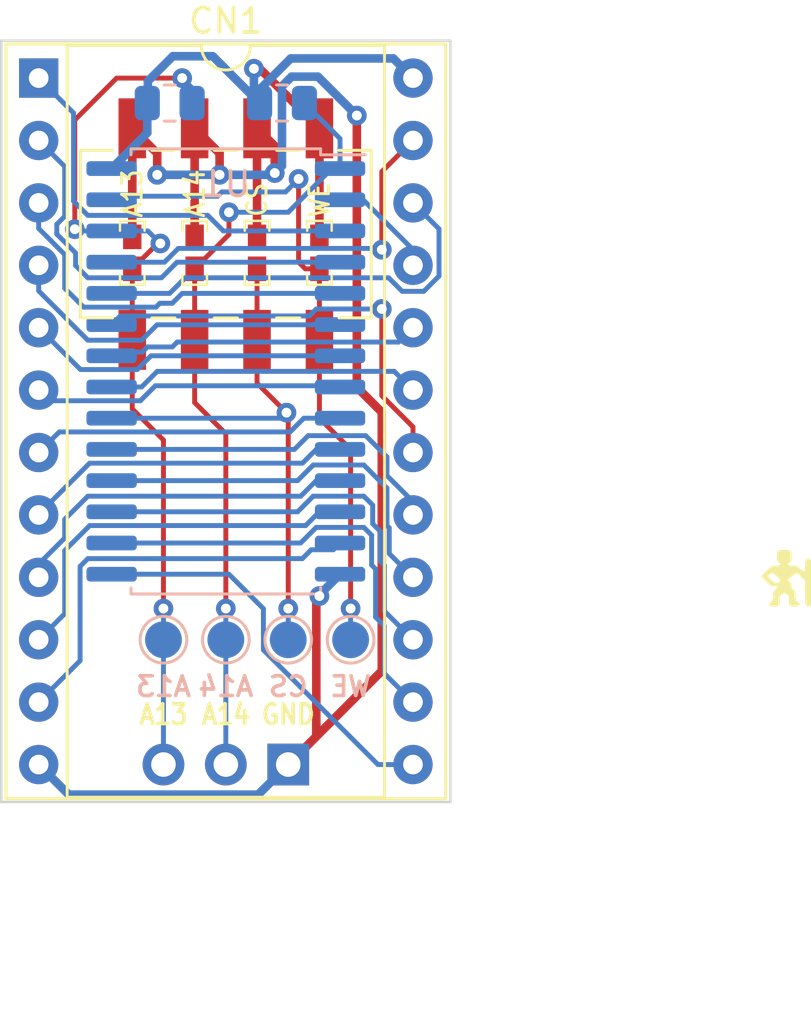
<source format=kicad_pcb>
(kicad_pcb (version 20211014) (generator pcbnew)
  (layers (0 "F.Cu" signal) (31 "B.Cu" signal) (34 "B.Paste" user) (35 "F.Paste" user) (36 "B.SilkS" user "B.Silkscreen") (37 "F.SilkS" user "F.Silkscreen") (38 "B.Mask" user) (39 "F.Mask" user) (44 "Edge.Cuts" user))
  (net 0 "")
  (net 1 "/A7")
  (net 2 "/A6")
  (net 3 "/A5")
  (net 4 "/A4")
  (net 5 "/A3")
  (net 6 "/A2")
  (net 7 "/A1")
  (net 8 "/A0")
  (net 9 "/D0")
  (net 10 "/D1")
  (net 11 "/D2")
  (net 12 "GND")
  (net 13 "/D3")
  (net 14 "/D4")
  (net 15 "/D5")
  (net 16 "/D6")
  (net 17 "/D7")
  (net 18 "/A11")
  (net 19 "/A10")
  (net 20 "/A12")
  (net 21 "/A9")
  (net 22 "/A8")
  (net 23 "+5V")
  (net 24 "/A14")
  (net 25 "/A13")
  (net 26 "/OE")
  (net 27 "/CS")
  (net 28 "/WE")
  (footprint "Button_Switch_SMD:SW_DIP_SPSTx04_Slide_6.7x11.72mm_W8.61mm_P2.54mm_LowProfile" (layer "F.Cu") (at 118.364 68.834 90)
    (fp_text reference "SW1" hide)
    (fp_text value "DIP Switch")
    (fp_line (start -3.41 -5.92) (end -3.41 -4.61) (layer "F.SilkS") (width 0.12))
    (fp_line (start 3.41 2.07) (end 3.41 3.01) (layer "F.SilkS") (width 0.12))
    (fp_line (start -3.41 5.92) (end 3.41 5.92) (layer "F.SilkS") (width 0.12))
    (fp_line (start -3.41 2.07) (end -3.41 3.01) (layer "F.SilkS") (width 0.12))
    (fp_line (start 3.41 4.61) (end 3.41 5.92) (layer "F.SilkS") (width 0.12))
    (fp_line (start 3.41 -3.01) (end 3.41 -2.07) (layer "F.SilkS") (width 0.12))
    (fp_line (start -3.41 -5.92) (end 3.41 -5.92) (layer "F.SilkS") (width 0.12))
    (fp_line (start 3.41 -5.92) (end 3.41 -4.61) (layer "F.SilkS") (width 0.12))
    (fp_line (start 3.41 -0.47) (end 3.41 0.47) (layer "F.SilkS") (width 0.12))
    (fp_line (start -3.41 -3.01) (end -3.41 -2.07) (layer "F.SilkS") (width 0.12))
    (fp_line (start -3.41 4.61) (end -3.41 5.92) (layer "F.SilkS") (width 0.12))
    (fp_line (start -3.41 -0.47) (end -3.41 0.47) (layer "F.SilkS") (width 0.12))
    (pad "1" smd rect (at -4.305 -3.81 90) (size 2.44 1.12) (layers "F.Cu" "F.Paste" "F.Mask") (net 25 "/A13"))
    (pad "2" smd rect (at -4.305 -1.27 90) (size 2.44 1.12) (layers "F.Cu" "F.Paste" "F.Mask") (net 24 "/A14"))
    (pad "3" smd rect (at -4.305 1.27 90) (size 2.44 1.12) (layers "F.Cu" "F.Paste" "F.Mask") (net 27 "/CS"))
    (pad "4" smd rect (at -4.305 3.81 90) (size 2.44 1.12) (layers "F.Cu" "F.Paste" "F.Mask") (net 28 "/WE"))
    (pad "5" smd rect (at 4.305 3.81 90) (size 2.44 1.12) (layers "F.Cu" "F.Paste" "F.Mask") (net 23 "+5V"))
    (pad "6" smd rect (at 4.305 1.27 90) (size 2.44 1.12) (layers "F.Cu" "F.Paste" "F.Mask") (net 12 "GND"))
    (pad "7" smd rect (at 4.305 -1.27 90) (size 2.44 1.12) (layers "F.Cu" "F.Paste" "F.Mask") (net 12 "GND"))
    (pad "8" smd rect (at 4.305 -3.81 90) (size 2.44 1.12) (layers "F.Cu" "F.Paste" "F.Mask") (net 12 "GND"))
  )
  (footprint "Library:SolderJumper-2_slim" (layer "F.Cu") (at 122.174 69.596 -90)
    (fp_text reference "JP4" hide)
    (fp_text value "WE" (at -2.159 0 90) (layer "F.SilkS") (effects (font (size 0.8 0.7) (thickness 0.12))))
    (fp_line (start -1.3 0.5) (end -1.3 -0.5) (layer "F.SilkS") (width 0.1))
    (fp_line (start -1.3 0.5) (end -0.9 0.5) (layer "F.SilkS") (width 0.1))
    (fp_line (start 0.9 -0.5) (end 1.3 -0.5) (layer "F.SilkS") (width 0.1))
    (fp_line (start -1.3 -0.5) (end -0.9 -0.5) (layer "F.SilkS") (width 0.1))
    (fp_line (start 0.9 0.5) (end 1.3 0.5) (layer "F.SilkS") (width 0.1))
    (fp_line (start 1.3 -0.5) (end 1.3 0.5) (layer "F.SilkS") (width 0.1))
    (pad "1" smd rect (at -0.65 0 270) (size 1 0.75) (layers "F.Cu" "F.Mask") (net 23 "+5V"))
    (pad "2" smd rect (at 0.65 0 270) (size 1 0.75) (layers "F.Cu" "F.Mask") (net 28 "/WE"))
  )
  (footprint "Logo:bigby3" (layer "F.Cu") (at 141.224 82.804)
    (fp_text reference "G***" hide)
    (fp_text value "LOGO" hide)
    (fp_poly (pts (xy -0.026724 -1.11327) (xy 0.058747 -1.09998) (xy 0.1016 -1.084714) (xy 0.134346 -1.064032) (xy 0.153756 -1.034712) (xy 0.163671 -0.984062) (xy 0.167931 -0.899391) (xy 0.168731 -0.862839) (xy 0.169427 -0.764664) (xy 0.163957 -0.702414) (xy 0.147939 -0.661244) (xy 0.116987 -0.62631) (xy 0.092531 -0.604821) (xy 0.045096 -0.555924) (xy 0.036494 -0.520014) (xy 0.069817 -0.494379) (xy 0.148159 -0.476308) (xy 0.252161 -0.464893) (xy 0.351095 -0.454507) (xy 0.413731 -0.440268) (xy 0.454546 -0.416892) (xy 0.488023 -0.379096) (xy 0.488294 -0.378731) (xy 0.540088 -0.326117) (xy 0.60358 -0.283954) (xy 0.66322 -0.260363) (xy 0.703458 -0.263465) (xy 0.705542 -0.265276) (xy 0.714103 -0.297405) (xy 0.721226 -0.367352) (xy 0.72575 -0.462136) (xy 0.726521 -0.499917) (xy 0.731177 -0.620415) (xy 0.741988 -0.696678) (xy 0.759962 -0.735011) (xy 0.764743 -0.738834) (xy 0.825362 -0.758592) (xy 0.895165 -0.758199) (xy 0.949165 -0.738764) (xy 0.957906 -0.73025) (xy 0.963642 -0.69797) (xy 0.968498 -0.621959) (xy 0.972476 -0.509282) (xy 0.975581 -0.367002) (xy 0.977815 -0.20218) (xy 0.979181 -0.021881) (xy 0.979682 0.166834) (xy 0.979322 0.356902) (xy 0.978102 0.541258) (xy 0.976027 0.712842) (xy 0.973098 0.864589) (xy 0.96932 0.989437) (xy 0.964695 1.080324) (xy 0.959227 1.130185) (xy 0.957107 1.13665) (xy 0.91653 1.160454) (xy 0.851662 1.167163) (xy 0.786424 1.155686) (xy 0.765052 1.145423) (xy 0.752385 1.127104) (xy 0.74281 1.086374) (xy 0.735889 1.017299) (xy 0.731188 0.913943) (xy 0.728271 0.77037) (xy 0.726952 0.626376) (xy 0.7239 0.129526) (xy 0.62865 0.042287) (xy 0.574049 -0.012016) (xy 0.539591 -0.054545) (xy 0.5334 -0.068572) (xy 0.512685 -0.093821) (xy 0.461505 -0.126175) (xy 0.447887 -0.13297) (xy 0.387141 -0.157807) (xy 0.343265 -0.15684) (xy 0.288729 -0.128953) (xy 0.284408 -0.126333) (xy 0.224125 -0.081039) (xy 0.183094 -0.035104) (xy 0.181387 -0.032104) (xy 0.140575 0.014704) (xy 0.090866 0.049747) (xy 0.038671 0.088164) (xy 0.032338 0.127919) (xy 0.072474 0.176055) (xy 0.103915 0.200895) (xy 0.159274 0.254459) (xy 0.170508 0.303758) (xy 0.16934 0.309004) (xy 0.16998 0.391151) (xy 0.204658 0.471278) (xy 0.263159 0.5269) (xy 0.269845 0.530211) (xy 0.319172 0.568662) (xy 0.32939 0.628962) (xy 0.324084 0.757859) (xy 0.330317 0.849562) (xy 0.351365 0.917) (xy 0.390506 0.973103) (xy 0.42545 1.008006) (xy 0.5207 1.095765) (xy 0.460736 1.144782) (xy 0.381405 1.181885) (xy 0.279055 1.193135) (xy 0.175143 1.177222) (xy 0.140895 1.164322) (xy 0.107208 1.145264) (xy 0.087821 1.117938) (xy 0.078819 1.06951) (xy 0.076284 0.98715) (xy 0.0762 0.952359) (xy 0.073533 0.848359) (xy 0.060456 0.780119) (xy 0.029356 0.732674) (xy -0.027384 0.691062) (xy -0.068968 0.667085) (xy -0.113918 0.650592) (xy -0.160976 0.660004) (xy -0.213892 0.68798) (xy -0.274031 0.729469) (xy -0.308561 0.77511) (xy -0.322626 0.838813) (xy -0.321369 0.934486) (xy -0.318767 0.971588) (xy -0.314771 1.057163) (xy -0.321881 1.108215) (xy -0.343861 1.140488) (xy -0.362667 1.15525) (xy -0.434131 1.182335) (xy -0.529781 1.190952) (xy -0.626268 1.180544) (xy -0.67945 1.162799) (xy -0.725608 1.127448) (xy -0.729324 1.082427) (xy -0.689636 1.022263) (xy -0.647202 0.979074) (xy -0.597941 0.929618) (xy -0.572461 0.887957) (xy -0.564685 0.835404) (xy -0.568538 0.753273) (xy -0.569523 0.740163) (xy -0.57436 0.653085) (xy -0.569012 0.599876) (xy -0.548605 0.563883) (xy -0.508265 0.528452) (xy -0.507346 0.527733) (xy -0.455235 0.47284) (xy -0.427668 0.415907) (xy -0.427192 0.369379) (xy -0.456356 0.345702) (xy -0.4699 0.344851) (xy -0.536701 0.354612) (xy -0.576736 0.365259) (xy -0.620035 0.368139) (xy -0.670136 0.343626) (xy -0.738047 0.287107) (xy -0.801988 0.227156) (xy -0.853115 0.176968) (xy -0.872512 0.156322) (xy -0.908019 0.118294) (xy -0.963026 0.062812) (xy -0.98704 0.039279) (xy -1.0372 -0.012455) (xy -1.054099 -0.043654) (xy -1.046721 -0.058796) (xy -0.7874 -0.058796) (xy -0.769224 -0.020459) (xy -0.722582 0.037045) (xy -0.659306 0.101954) (xy -0.591229 0.162503) (xy -0.530181 0.206928) (xy -0.508721 0.218282) (xy -0.447135 0.232429) (xy -0.379678 0.215185) (xy -0.36195 0.207227) (xy -0.307202 0.173023) (xy -0.280047 0.1395) (xy -0.2794 0.135024) (xy -0.297434 0.09715) (xy -0.34404 0.039389) (xy -0.407973 -0.026595) (xy -0.47799 -0.089141) (xy -0.53887 -0.134102) (xy -0.587802 -0.16077) (xy -0.628218 -0.163068) (xy -0.684659 -0.141137) (xy -0.69762 -0.135005) (xy -0.755074 -0.099824) (xy -0.785794 -0.065848) (xy -0.7874 -0.058796) (xy -1.046721 -0.058796) (xy -1.042486 -0.067485) (xy -1.029669 -0.078944) (xy -0.978289 -0.12488) (xy -0.936801 -0.1651) (xy -0.881514 -0.22098) (xy -0.843371 -0.259421) (xy -0.810351 -0.292995) (xy -0.779826 -0.325477) (xy -0.736645 -0.373149) (xy -0.712712 -0.399809) (xy -0.665231 -0.432057) (xy -0.585127 -0.453807) (xy -0.494803 -0.465318) (xy -0.380598 -0.479658) (xy -0.313615 -0.498886) (xy -0.290301 -0.526256) (xy -0.307104 -0.565021) (xy -0.343893 -0.603528) (xy -0.383558 -0.644002) (xy -0.405638 -0.683579) (xy -0.414687 -0.738178) (xy -0.415256 -0.823721) (xy -0.41463 -0.8509) (xy -0.412158 -0.941267) (xy -0.4099 -1.01016) (xy -0.408328 -1.043251) (xy -0.40828 -1.043673) (xy -0.381235 -1.072258) (xy -0.316608 -1.094552) (xy -0.22735 -1.109514) (xy -0.126406 -1.1161) (xy -0.026724 -1.11327)) (layer "F.SilkS") (width 0.01) (fill solid))
  )
  (footprint "Library:SolderJumper-2_slim" (layer "F.Cu") (at 119.634 69.596 -90)
    (fp_text reference "JP3" hide)
    (fp_text value "CS" (at -2.159 0 90) (layer "F.SilkS") (effects (font (size 0.8 0.7) (thickness 0.12))))
    (fp_line (start -1.3 0.5) (end -0.9 0.5) (layer "F.SilkS") (width 0.1))
    (fp_line (start 1.3 -0.5) (end 1.3 0.5) (layer "F.SilkS") (width 0.1))
    (fp_line (start -1.3 0.5) (end -1.3 -0.5) (layer "F.SilkS") (width 0.1))
    (fp_line (start 0.9 -0.5) (end 1.3 -0.5) (layer "F.SilkS") (width 0.1))
    (fp_line (start -1.3 -0.5) (end -0.9 -0.5) (layer "F.SilkS") (width 0.1))
    (fp_line (start 0.9 0.5) (end 1.3 0.5) (layer "F.SilkS") (width 0.1))
    (pad "1" smd rect (at -0.65 0 270) (size 1 0.75) (layers "F.Cu" "F.Mask") (net 12 "GND"))
    (pad "2" smd rect (at 0.65 0 270) (size 1 0.75) (layers "F.Cu" "F.Mask") (net 27 "/CS"))
  )
  (footprint "Library:SolderJumper-2_slim" (layer "F.Cu") (at 114.554 69.596 -90)
    (fp_text reference "JP1" hide)
    (fp_text value "A13" (at -2.413 0 90) (layer "F.SilkS") (effects (font (size 0.8 0.7) (thickness 0.12))))
    (fp_line (start 0.9 -0.5) (end 1.3 -0.5) (layer "F.SilkS") (width 0.1))
    (fp_line (start -1.3 -0.5) (end -0.9 -0.5) (layer "F.SilkS") (width 0.1))
    (fp_line (start 0.9 0.5) (end 1.3 0.5) (layer "F.SilkS") (width 0.1))
    (fp_line (start 1.3 -0.5) (end 1.3 0.5) (layer "F.SilkS") (width 0.1))
    (fp_line (start -1.3 0.5) (end -1.3 -0.5) (layer "F.SilkS") (width 0.1))
    (fp_line (start -1.3 0.5) (end -0.9 0.5) (layer "F.SilkS") (width 0.1))
    (pad "1" smd rect (at -0.65 0 270) (size 1 0.75) (layers "F.Cu" "F.Mask") (net 12 "GND"))
    (pad "2" smd rect (at 0.65 0 270) (size 1 0.75) (layers "F.Cu" "F.Mask") (net 25 "/A13"))
  )
  (footprint "Connector_PinHeader_2.54mm:PinHeader_1x03_P2.54mm_Horizontal" (layer "F.Cu") (at 120.904 90.424 -90)
    (fp_text reference "J1" hide)
    (fp_text value "Conn")
    (pad "1" thru_hole rect (at 0 0 270) (size 1.7 1.7) (drill 1) (layers *.Cu *.Mask) (net 12 "GND"))
    (pad "2" thru_hole oval (at 0 2.54 270) (size 1.7 1.7) (drill 1) (layers *.Cu *.Mask) (net 24 "/A14"))
    (pad "3" thru_hole oval (at 0 5.08 270) (size 1.7 1.7) (drill 1) (layers *.Cu *.Mask) (net 25 "/A13"))
  )
  (footprint "Library:SolderJumper-2_slim" (layer "F.Cu") (at 117.094 69.596 -90)
    (fp_text reference "JP2" hide)
    (fp_text value "A14" (at -2.413 0 90) (layer "F.SilkS") (effects (font (size 0.8 0.7) (thickness 0.12))))
    (fp_line (start 0.9 -0.5) (end 1.3 -0.5) (layer "F.SilkS") (width 0.1))
    (fp_line (start 0.9 0.5) (end 1.3 0.5) (layer "F.SilkS") (width 0.1))
    (fp_line (start -1.3 0.5) (end -1.3 -0.5) (layer "F.SilkS") (width 0.1))
    (fp_line (start 1.3 -0.5) (end 1.3 0.5) (layer "F.SilkS") (width 0.1))
    (fp_line (start -1.3 -0.5) (end -0.9 -0.5) (layer "F.SilkS") (width 0.1))
    (fp_line (start -1.3 0.5) (end -0.9 0.5) (layer "F.SilkS") (width 0.1))
    (pad "1" smd rect (at -0.65 0 270) (size 1 0.75) (layers "F.Cu" "F.Mask") (net 12 "GND"))
    (pad "2" smd rect (at 0.65 0 270) (size 1 0.75) (layers "F.Cu" "F.Mask") (net 24 "/A14"))
  )
  (footprint "Package_DIP:DIP-24_W15.24mm_Socket" (layer "F.Cu") (at 110.744 62.484)
    (fp_text reference "CN1" (at 7.62 -2.33) (layer "F.SilkS"))
    (fp_text value "2364")
    (fp_line (start 16.57 -1.39) (end -1.33 -1.39) (layer "F.SilkS") (width 0.12))
    (fp_line (start 14.08 -1.33) (end 8.62 -1.33) (layer "F.SilkS") (width 0.12))
    (fp_line (start 6.62 -1.33) (end 1.16 -1.33) (layer "F.SilkS") (width 0.12))
    (fp_line (start -1.33 29.33) (end 16.57 29.33) (layer "F.SilkS") (width 0.12))
    (fp_line (start 16.57 29.33) (end 16.57 -1.39) (layer "F.SilkS") (width 0.12))
    (fp_line (start 14.08 29.27) (end 14.08 -1.33) (layer "F.SilkS") (width 0.12))
    (fp_line (start 1.16 -1.33) (end 1.16 29.27) (layer "F.SilkS") (width 0.12))
    (fp_line (start 1.16 29.27) (end 14.08 29.27) (layer "F.SilkS") (width 0.12))
    (fp_line (start -1.33 -1.39) (end -1.33 29.33) (layer "F.SilkS") (width 0.12))
    (fp_arc (start 8.62 -1.33) (mid 7.62 -0.33) (end 6.62 -1.33) (layer "F.SilkS") (width 0.12))
    (pad "1" thru_hole rect (at 0 0) (size 1.6 1.6) (drill 0.8) (layers *.Cu *.Mask) (net 1 "/A7"))
    (pad "2" thru_hole oval (at 0 2.54) (size 1.6 1.6) (drill 0.8) (layers *.Cu *.Mask) (net 2 "/A6"))
    (pad "3" thru_hole oval (at 0 5.08) (size 1.6 1.6) (drill 0.8) (layers *.Cu *.Mask) (net 3 "/A5"))
    (pad "4" thru_hole oval (at 0 7.62) (size 1.6 1.6) (drill 0.8) (layers *.Cu *.Mask) (net 4 "/A4"))
    (pad "5" thru_hole oval (at 0 10.16) (size 1.6 1.6) (drill 0.8) (layers *.Cu *.Mask) (net 5 "/A3"))
    (pad "6" thru_hole oval (at 0 12.7) (size 1.6 1.6) (drill 0.8) (layers *.Cu *.Mask) (net 6 "/A2"))
    (pad "7" thru_hole oval (at 0 15.24) (size 1.6 1.6) (drill 0.8) (layers *.Cu *.Mask) (net 7 "/A1"))
    (pad "8" thru_hole oval (at 0 17.78) (size 1.6 1.6) (drill 0.8) (layers *.Cu *.Mask) (net 8 "/A0"))
    (pad "9" thru_hole oval (at 0 20.32) (size 1.6 1.6) (drill 0.8) (layers *.Cu *.Mask) (net 9 "/D0"))
    (pad "10" thru_hole oval (at 0 22.86) (size 1.6 1.6) (drill 0.8) (layers *.Cu *.Mask) (net 10 "/D1"))
    (pad "11" thru_hole oval (at 0 25.4) (size 1.6 1.6) (drill 0.8) (layers *.Cu *.Mask) (net 11 "/D2"))
    (pad "12" thru_hole oval locked (at 0 27.94) (size 1.6 1.6) (drill 0.8) (layers *.Cu *.Mask) (net 12 "GND"))
    (pad "13" thru_hole oval (at 15.24 27.94) (size 1.6 1.6) (drill 0.8) (layers *.Cu *.Mask) (net 13 "/D3"))
    (pad "14" thru_hole oval (at 15.24 25.4) (size 1.6 1.6) (drill 0.8) (layers *.Cu *.Mask) (net 14 "/D4"))
    (pad "15" thru_hole oval (at 15.24 22.86) (size 1.6 1.6) (drill 0.8) (layers *.Cu *.Mask) (net 15 "/D5"))
    (pad "16" thru_hole oval (at 15.24 20.32) (size 1.6 1.6) (drill 0.8) (layers *.Cu *.Mask) (net 16 "/D6"))
    (pad "17" thru_hole oval (at 15.24 17.78) (size 1.6 1.6) (drill 0.8) (layers *.Cu *.Mask) (net 17 "/D7"))
    (pad "18" thru_hole oval (at 15.24 15.24) (size 1.6 1.6) (drill 0.8) (layers *.Cu *.Mask) (net 18 "/A11"))
    (pad "19" thru_hole oval (at 15.24 12.7) (size 1.6 1.6) (drill 0.8) (layers *.Cu *.Mask) (net 19 "/A10"))
    (pad "20" thru_hole oval (at 15.24 10.16) (size 1.6 1.6) (drill 0.8) (layers *.Cu *.Mask) (net 26 "/OE"))
    (pad "21" thru_hole oval (at 15.24 7.62) (size 1.6 1.6) (drill 0.8) (layers *.Cu *.Mask) (net 20 "/A12"))
    (pad "22" thru_hole oval (at 15.24 5.08) (size 1.6 1.6) (drill 0.8) (layers *.Cu *.Mask) (net 21 "/A9"))
    (pad "23" thru_hole oval (at 15.24 2.54) (size 1.6 1.6) (drill 0.8) (layers *.Cu *.Mask) (net 22 "/A8"))
    (pad "24" thru_hole oval (at 15.24 0) (size 1.6 1.6) (drill 0.8) (layers *.Cu *.Mask) (net 23 "+5V"))
  )
  (footprint "Resistor_SMD:R_0805_2012Metric" (layer "B.Cu") (at 120.65 63.5)
    (fp_text reference "R2" hide)
    (fp_text value "10k")
    (fp_line (start -0.227064 0.735) (end 0.227064 0.735) (layer "B.SilkS") (width 0.12))
    (fp_line (start -0.227064 -0.735) (end 0.227064 -0.735) (layer "B.SilkS") (width 0.12))
    (pad "1" smd roundrect (at -0.9125 0) (size 1.025 1.4) (layers "B.Cu" "B.Paste" "B.Mask") (roundrect_rratio 0.243902) (net 23 "+5V"))
    (pad "2" smd roundrect (at 0.9125 0) (size 1.025 1.4) (layers "B.Cu" "B.Paste" "B.Mask") (roundrect_rratio 0.243902) (net 24 "/A14"))
  )
  (footprint "TestPoint:TestPoint_Pad_D1.5mm" (layer "B.Cu") (at 123.444 85.344 180)
    (fp_text reference "TP4" hide)
    (fp_text value "WE" (at 0 -1.905) (layer "B.SilkS") (effects (font (size 0.8 0.8)) (justify mirror)))
    (fp_circle (center 0 0) (end 0 -0.95) (layer "B.SilkS") (width 0.12) (fill none))
    (pad "1" smd circle (at 0 0 180) (size 1.5 1.5) (layers "B.Cu" "B.Mask") (net 28 "/WE"))
  )
  (footprint "Package_SO:SOIC-28W_7.5x17.9mm_P1.27mm" (layer "B.Cu") (at 118.364 74.422 180)
    (fp_text reference "U1" (at 0 7.62) (layer "B.SilkS") (effects (justify mirror)))
    (fp_text value "28C256")
    (fp_line (start -3.86 9.06) (end -3.86 8.815) (layer "B.SilkS") (width 0.12))
    (fp_line (start -3.86 8.815) (end -5.675 8.815) (layer "B.SilkS") (width 0.12))
    (fp_line (start 0 9.06) (end 3.86 9.06) (layer "B.SilkS") (width 0.12))
    (fp_line (start 3.86 9.06) (end 3.86 8.815) (layer "B.SilkS") (width 0.12))
    (fp_line (start 0 -9.06) (end 3.86 -9.06) (layer "B.SilkS") (width 0.12))
    (fp_line (start 3.86 -9.06) (end 3.86 -8.815) (layer "B.SilkS") (width 0.12))
    (fp_line (start -3.86 -9.06) (end -3.86 -8.815) (layer "B.SilkS") (width 0.12))
    (fp_line (start 0 -9.06) (end -3.86 -9.06) (layer "B.SilkS") (width 0.12))
    (fp_line (start 0 9.06) (end -3.86 9.06) (layer "B.SilkS") (width 0.12))
    (pad "1" smd roundrect (at -4.65 8.255 180) (size 2.05 0.6) (layers "B.Cu" "B.Paste" "B.Mask") (net 24 "/A14"))
    (pad "2" smd roundrect (at -4.65 6.985 180) (size 2.05 0.6) (layers "B.Cu" "B.Paste" "B.Mask") (net 20 "/A12"))
    (pad "3" smd roundrect (at -4.65 5.715 180) (size 2.05 0.6) (layers "B.Cu" "B.Paste" "B.Mask") (net 1 "/A7"))
    (pad "4" smd roundrect (at -4.65 4.445 180) (size 2.05 0.6) (layers "B.Cu" "B.Paste" "B.Mask") (net 2 "/A6"))
    (pad "5" smd roundrect (at -4.65 3.175 180) (size 2.05 0.6) (layers "B.Cu" "B.Paste" "B.Mask") (net 3 "/A5"))
    (pad "6" smd roundrect (at -4.65 1.905 180) (size 2.05 0.6) (layers "B.Cu" "B.Paste" "B.Mask") (net 4 "/A4"))
    (pad "7" smd roundrect (at -4.65 0.635 180) (size 2.05 0.6) (layers "B.Cu" "B.Paste" "B.Mask") (net 5 "/A3"))
    (pad "8" smd roundrect (at -4.65 -0.635 180) (size 2.05 0.6) (layers "B.Cu" "B.Paste" "B.Mask") (net 6 "/A2"))
    (pad "9" smd roundrect (at -4.65 -1.905 180) (size 2.05 0.6) (layers "B.Cu" "B.Paste" "B.Mask") (net 7 "/A1"))
    (pad "10" smd roundrect (at -4.65 -3.175 180) (size 2.05 0.6) (layers "B.Cu" "B.Paste" "B.Mask") (net 8 "/A0"))
    (pad "11" smd roundrect (at -4.65 -4.445 180) (size 2.05 0.6) (layers "B.Cu" "B.Paste" "B.Mask") (net 9 "/D0"))
    (pad "12" smd roundrect (at -4.65 -5.715 180) (size 2.05 0.6) (layers "B.Cu" "B.Paste" "B.Mask") (net 10 "/D1"))
    (pad "13" smd roundrect (at -4.65 -6.985 180) (size 2.05 0.6) (layers "B.Cu" "B.Paste" "B.Mask") (net 11 "/D2"))
    (pad "14" smd roundrect (at -4.65 -8.255 180) (size 2.05 0.6) (layers "B.Cu" "B.Paste" "B.Mask") (net 12 "GND"))
    (pad "15" smd roundrect (at 4.65 -8.255 180) (size 2.05 0.6) (layers "B.Cu" "B.Paste" "B.Mask") (net 13 "/D3"))
    (pad "16" smd roundrect (at 4.65 -6.985 180) (size 2.05 0.6) (layers "B.Cu" "B.Paste" "B.Mask") (net 14 "/D4"))
    (pad "17" smd roundrect (at 4.65 -5.715 180) (size 2.05 0.6) (layers "B.Cu" "B.Paste" "B.Mask") (net 15 "/D5"))
    (pad "18" smd roundrect (at 4.65 -4.445 180) (size 2.05 0.6) (layers "B.Cu" "B.Paste" "B.Mask") (net 16 "/D6"))
    (pad "19" smd roundrect (at 4.65 -3.175 180) (size 2.05 0.6) (layers "B.Cu" "B.Paste" "B.Mask") (net 17 "/D7"))
    (pad "20" smd roundrect (at 4.65 -1.905 180) (size 2.05 0.6) (layers "B.Cu" "B.Paste" "B.Mask") (net 27 "/CS"))
    (pad "21" smd roundrect (at 4.65 -0.635 180) (size 2.05 0.6) (layers "B.Cu" "B.Paste" "B.Mask") (net 19 "/A10"))
    (pad "22" smd roundrect (at 4.65 0.635 180) (size 2.05 0.6) (layers "B.Cu" "B.Paste" "B.Mask") (net 26 "/OE"))
    (pad "23" smd roundrect (at 4.65 1.905 180) (size 2.05 0.6) (layers "B.Cu" "B.Paste" "B.Mask") (net 18 "/A11"))
    (pad "24" smd roundrect (at 4.65 3.175 180) (size 2.05 0.6) (layers "B.Cu" "B.Paste" "B.Mask") (net 21 "/A9"))
    (pad "25" smd roundrect (at 4.65 4.445 180) (size 2.05 0.6) (layers "B.Cu" "B.Paste" "B.Mask") (net 22 "/A8"))
    (pad "26" smd roundrect (at 4.65 5.715 180) (size 2.05 0.6) (layers "B.Cu" "B.Paste" "B.Mask") (net 25 "/A13"))
    (pad "27" smd roundrect (at 4.65 6.985 180) (size 2.05 0.6) (layers "B.Cu" "B.Paste" "B.Mask") (net 28 "/WE"))
    (pad "28" smd roundrect (at 4.65 8.255 180) (size 2.05 0.6) (layers "B.Cu" "B.Paste" "B.Mask") (net 23 "+5V"))
  )
  (footprint "TestPoint:TestPoint_Pad_D1.5mm" (layer "B.Cu") (at 115.824 85.344 180)
    (fp_text reference "TP1" hide)
    (fp_text value "A13" (at 0 -1.905) (layer "B.SilkS") (effects (font (size 0.8 0.8)) (justify mirror)))
    (fp_circle (center 0 0) (end 0 -0.95) (layer "B.SilkS") (width 0.12) (fill none))
    (pad "1" smd circle (at 0 0 180) (size 1.5 1.5) (layers "B.Cu" "B.Mask") (net 25 "/A13"))
  )
  (footprint "Resistor_SMD:R_0805_2012Metric" (layer "B.Cu") (at 116.078 63.5)
    (fp_text reference "R1" hide)
    (fp_text value "10k")
    (fp_line (start -0.227064 0.735) (end 0.227064 0.735) (layer "B.SilkS") (width 0.12))
    (fp_line (start -0.227064 -0.735) (end 0.227064 -0.735) (layer "B.SilkS") (width 0.12))
    (pad "1" smd roundrect (at -0.9125 0) (size 1.025 1.4) (layers "B.Cu" "B.Paste" "B.Mask") (roundrect_rratio 0.243902) (net 23 "+5V"))
    (pad "2" smd roundrect (at 0.9125 0) (size 1.025 1.4) (layers "B.Cu" "B.Paste" "B.Mask") (roundrect_rratio 0.243902) (net 25 "/A13"))
  )
  (footprint "TestPoint:TestPoint_Pad_D1.5mm" (layer "B.Cu") (at 120.904 85.344 180)
    (fp_text reference "TP3" hide)
    (fp_text value "CS" (at 0 -1.905) (layer "B.SilkS") (effects (font (size 0.8 0.8)) (justify mirror)))
    (fp_circle (center 0 0) (end 0 -0.95) (layer "B.SilkS") (width 0.12) (fill none))
    (pad "1" smd circle locked (at 0 0 180) (size 1.5 1.5) (layers "B.Cu" "B.Mask") (net 27 "/CS"))
  )
  (footprint "TestPoint:TestPoint_Pad_D1.5mm" (layer "B.Cu") (at 118.364 85.344 180)
    (fp_text reference "TP2" hide)
    (fp_text value "A14" (at 0 -1.905) (layer "B.SilkS") (effects (font (size 0.8 0.8)) (justify mirror)))
    (fp_circle (center 0 0) (end 0 -0.95) (layer "B.SilkS") (width 0.12) (fill none))
    (pad "1" smd circle (at 0 0 180) (size 1.5 1.5) (layers "B.Cu" "B.Mask") (net 24 "/A14"))
  )
  (gr_line (start 127.508 60.96) (end 127.508 91.948) (layer "Edge.Cuts") (width 0.1))
  (gr_line (start 127.508 91.948) (end 109.22 91.948) (layer "Edge.Cuts") (width 0.1))
  (gr_line (start 109.22 60.96) (end 127.508 60.96) (layer "Edge.Cuts") (width 0.1))
  (gr_line (start 109.22 91.948) (end 109.22 60.96) (layer "Edge.Cuts") (width 0.1))
  (gr_text "GND" (at 120.904 88.392) (layer "F.SilkS") (effects (font (size 0.8 0.7))))
  (gr_text "A13" (at 115.824 88.392) (layer "F.SilkS") (effects (font (size 0.8 0.7))))
  (gr_text "A14" (at 118.364 88.392) (layer "F.SilkS") (effects (font (size 0.8 0.7))))
  (segment (start 112.744852 68.072) (end 112.163022 67.49017) (width 0.2) (layer "B.Cu") (net 1))
  (segment (start 112.163022 67.49017) (end 112.163022 63.903022) (width 0.2) (layer "B.Cu") (net 1))
  (segment (start 117.628755 68.072) (end 112.744852 68.072) (width 0.2) (layer "B.Cu") (net 1))
  (segment (start 112.163022 63.903022) (end 110.744 62.484) (width 0.2) (layer "B.Cu") (net 1))
  (segment (start 118.263755 68.707) (end 117.628755 68.072) (width 0.2) (layer "B.Cu") (net 1))
  (segment (start 123.014 68.707) (end 118.263755 68.707) (width 0.2) (layer "B.Cu") (net 1))
  (segment (start 115.741102 70.612) (end 112.744852 70.612) (width 0.2) (layer "B.Cu") (net 2))
  (segment (start 123.014 69.977) (end 116.376102 69.977) (width 0.2) (layer "B.Cu") (net 2))
  (segment (start 116.376102 69.977) (end 115.741102 70.612) (width 0.2) (layer "B.Cu") (net 2))
  (segment (start 112.246086 70.113234) (end 112.246086 69.599285) (width 0.2) (layer "B.Cu") (net 2))
  (segment (start 111.481499 68.433825) (end 111.803511 68.111813) (width 0.2) (layer "B.Cu") (net 2))
  (segment (start 111.481499 68.834698) (end 111.481499 68.433825) (width 0.2) (layer "B.Cu") (net 2))
  (segment (start 111.803511 68.111813) (end 111.803511 66.083511) (width 0.2) (layer "B.Cu") (net 2))
  (segment (start 112.744852 70.612) (end 112.246086 70.113234) (width 0.2) (layer "B.Cu") (net 2))
  (segment (start 111.803511 66.083511) (end 110.744 65.024) (width 0.2) (layer "B.Cu") (net 2))
  (segment (start 112.246086 69.599285) (end 111.481499 68.834698) (width 0.2) (layer "B.Cu") (net 2))
  (segment (start 116.585574 71.247) (end 123.014 71.247) (width 0.2) (layer "B.Cu") (net 3))
  (segment (start 115.518054 71.80652) (end 115.675085 71.649489) (width 0.2) (layer "B.Cu") (net 3))
  (segment (start 115.675085 71.649489) (end 116.183085 71.649489) (width 0.2) (layer "B.Cu") (net 3))
  (segment (start 110.744 67.564) (end 110.744 68.605624) (width 0.2) (layer "B.Cu") (net 3))
  (segment (start 112.57352 71.80652) (end 115.518054 71.80652) (width 0.2) (layer "B.Cu") (net 3))
  (segment (start 110.744 68.605624) (end 111.803511 69.665135) (width 0.2) (layer "B.Cu") (net 3))
  (segment (start 111.803511 69.665135) (end 111.803511 71.036511) (width 0.2) (layer "B.Cu") (net 3))
  (segment (start 111.803511 71.036511) (end 112.57352 71.80652) (width 0.2) (layer "B.Cu") (net 3))
  (segment (start 116.183085 71.649489) (end 116.585574 71.247) (width 0.2) (layer "B.Cu") (net 3))
  (segment (start 121.909735 72.525542) (end 115.562756 72.525542) (width 0.2) (layer "B.Cu") (net 4))
  (segment (start 123.014 72.517) (end 121.918278 72.517) (width 0.2) (layer "B.Cu") (net 4))
  (segment (start 111.803511 72.210659) (end 111.803511 72.205135) (width 0.2) (layer "B.Cu") (net 4))
  (segment (start 111.803511 72.205135) (end 110.744 71.145624) (width 0.2) (layer "B.Cu") (net 4))
  (segment (start 115.562756 72.525542) (end 114.936298 73.152) (width 0.2) (layer "B.Cu") (net 4))
  (segment (start 114.936298 73.152) (end 112.744852 73.152) (width 0.2) (layer "B.Cu") (net 4))
  (segment (start 121.918278 72.517) (end 121.909735 72.525542) (width 0.2) (layer "B.Cu") (net 4))
  (segment (start 112.744852 73.152) (end 111.803511 72.210659) (width 0.2) (layer "B.Cu") (net 4))
  (segment (start 110.744 71.145624) (end 110.744 70.104) (width 0.2) (layer "B.Cu") (net 4))
  (segment (start 123.014 73.787) (end 115.318148 73.787) (width 0.2) (layer "B.Cu") (net 5))
  (segment (start 114.758628 74.34652) (end 112.44652 74.34652) (width 0.2) (layer "B.Cu") (net 5))
  (segment (start 112.44652 74.34652) (end 110.744 72.644) (width 0.2) (layer "B.Cu") (net 5))
  (segment (start 115.318148 73.787) (end 114.758628 74.34652) (width 0.2) (layer "B.Cu") (net 5))
  (segment (start 115.492427 75.007999) (end 114.883906 75.61652) (width 0.2) (layer "B.Cu") (net 6))
  (segment (start 114.883906 75.61652) (end 111.17652 75.61652) (width 0.2) (layer "B.Cu") (net 6))
  (segment (start 123.014 75.057) (end 122.964999 75.007999) (width 0.2) (layer "B.Cu") (net 6))
  (segment (start 111.17652 75.61652) (end 110.744 75.184) (width 0.2) (layer "B.Cu") (net 6))
  (segment (start 122.964999 75.007999) (end 115.492427 75.007999) (width 0.2) (layer "B.Cu") (net 6))
  (segment (start 121.539 76.327) (end 123.014 76.327) (width 0.2) (layer "B.Cu") (net 7))
  (segment (start 120.97948 76.88652) (end 121.539 76.327) (width 0.2) (layer "B.Cu") (net 7))
  (segment (start 111.58148 76.88652) (end 120.97948 76.88652) (width 0.2) (layer "B.Cu") (net 7))
  (segment (start 110.744 77.724) (end 111.58148 76.88652) (width 0.2) (layer "B.Cu") (net 7))
  (segment (start 122.046574 77.597) (end 121.487054 78.15652) (width 0.2) (layer "B.Cu") (net 8))
  (segment (start 123.014 77.597) (end 122.046574 77.597) (width 0.2) (layer "B.Cu") (net 8))
  (segment (start 121.487054 78.15652) (end 112.820332 78.15652) (width 0.2) (layer "B.Cu") (net 8))
  (segment (start 112.820332 78.15652) (end 110.744 80.232852) (width 0.2) (layer "B.Cu") (net 8))
  (segment (start 110.744 80.232852) (end 110.744 80.264) (width 0.2) (layer "B.Cu") (net 8))
  (segment (start 112.744852 79.502) (end 111.803511 80.443341) (width 0.2) (layer "B.Cu") (net 9))
  (segment (start 111.803511 80.443341) (end 111.803511 81.204915) (width 0.2) (layer "B.Cu") (net 9))
  (segment (start 121.411574 79.502) (end 112.744852 79.502) (width 0.2) (layer "B.Cu") (net 9))
  (segment (start 110.744 82.264426) (end 110.744 82.804) (width 0.2) (layer "B.Cu") (net 9))
  (segment (start 123.014 78.867) (end 122.046574 78.867) (width 0.2) (layer "B.Cu") (net 9))
  (segment (start 111.803511 81.204915) (end 110.744 82.264426) (width 0.2) (layer "B.Cu") (net 9))
  (segment (start 122.046574 78.867) (end 121.411574 79.502) (width 0.2) (layer "B.Cu") (net 9))
  (segment (start 123.014 80.137) (end 122.171426 80.137) (width 0.2) (layer "B.Cu") (net 10))
  (segment (start 122.171426 80.137) (end 121.611906 80.69652) (width 0.2) (layer "B.Cu") (net 10))
  (segment (start 121.611906 80.69652) (end 112.820332 80.69652) (width 0.2) (layer "B.Cu") (net 10))
  (segment (start 111.803511 81.713341) (end 111.803511 84.284489) (width 0.2) (layer "B.Cu") (net 10))
  (segment (start 111.803511 84.284489) (end 110.744 85.344) (width 0.2) (layer "B.Cu") (net 10))
  (segment (start 112.820332 80.69652) (end 111.803511 81.713341) (width 0.2) (layer "B.Cu") (net 10))
  (segment (start 121.479857 82.042) (end 112.744852 82.042) (width 0.2) (layer "B.Cu") (net 11))
  (segment (start 122.738511 81.682489) (end 121.839368 81.682489) (width 0.2) (layer "B.Cu") (net 11))
  (segment (start 112.42948 86.19852) (end 110.744 87.884) (width 0.2) (layer "B.Cu") (net 11))
  (segment (start 121.839368 81.682489) (end 121.479857 82.042) (width 0.2) (layer "B.Cu") (net 11))
  (segment (start 112.42948 82.357372) (end 112.42948 86.19852) (width 0.2) (layer "B.Cu") (net 11))
  (segment (start 112.744852 82.042) (end 112.42948 82.357372) (width 0.2) (layer "B.Cu") (net 11))
  (segment (start 123.014 81.407) (end 122.738511 81.682489) (width 0.2) (layer "B.Cu") (net 11))
  (segment (start 118.11 66.421) (end 118.11 65.545) (width 0.35) (layer "F.Cu") (net 12))
  (segment (start 119.634 64.529) (end 120.355489 65.250489) (width 0.35) (layer "F.Cu") (net 12))
  (segment (start 123.698 75.067436) (end 123.698 64.008) (width 0.35) (layer "F.Cu") (net 12))
  (segment (start 120.904 90.424) (end 122.047 89.281) (width 0.35) (layer "F.Cu") (net 12))
  (segment (start 122.047 89.281) (end 122.047 88.773) (width 0.35) (layer "F.Cu") (net 12))
  (segment (start 118.11 65.545) (end 117.094 64.529) (width 0.35) (layer "F.Cu") (net 12))
  (segment (start 120.355489 65.250489) (end 120.355489 66.347943) (width 0.35) (layer "F.Cu") (net 12))
  (segment (start 114.554 68.946) (end 114.554 64.529) (width 0.35) (layer "F.Cu") (net 12))
  (segment (start 115.57 65.545) (end 114.554 64.529) (width 0.35) (layer "F.Cu") (net 12))
  (segment (start 124.714 86.614) (end 124.714 76.083436) (width 0.35) (layer "F.Cu") (net 12))
  (segment (start 122.047 88.773) (end 122.047 83.693) (width 0.35) (layer "F.Cu") (net 12))
  (segment (start 115.57 66.421) (end 115.57 65.545) (width 0.35) (layer "F.Cu") (net 12))
  (segment (start 124.714 76.083436) (end 123.698 75.067436) (width 0.35) (layer "F.Cu") (net 12))
  (segment (start 119.634 68.946) (end 119.634 64.529) (width 0.35) (layer "F.Cu") (net 12))
  (segment (start 120.904 90.424) (end 124.714 86.614) (width 0.35) (layer "F.Cu") (net 12))
  (segment (start 117.094 68.946) (end 117.094 64.529) (width 0.35) (layer "F.Cu") (net 12))
  (segment (start 122.047 83.693) (end 122.174 83.566) (width 0.35) (layer "F.Cu") (net 12))
  (via (at 122.174 83.566) (size 0.8) (drill 0.4) (layers "F.Cu" "B.Cu") (net 12))
  (via (at 115.57 66.421) (size 0.8) (drill 0.4) (layers "F.Cu" "B.Cu") (net 12))
  (via (at 120.355489 66.347943) (size 0.8) (drill 0.4) (layers "F.Cu" "B.Cu") (net 12))
  (via (at 118.11 66.421) (size 0.8) (drill 0.4) (layers "F.Cu" "B.Cu") (net 12))
  (via (at 123.698 64.008) (size 0.8) (drill 0.4) (layers "F.Cu" "B.Cu") (net 12))
  (segment (start 121.041316 62.42548) (end 120.65 62.816796) (width 0.35) (layer "B.Cu") (net 12))
  (segment (start 120.65 62.816796) (end 120.65 66.053432) (width 0.35) (layer "B.Cu") (net 12))
  (segment (start 118.11 66.421) (end 115.57 66.421) (width 0.35) (layer "B.Cu") (net 12))
  (segment (start 122.174 83.566) (end 122.174 83.517) (width 0.35) (layer "B.Cu") (net 12))
  (segment (start 118.11 66.421) (end 120.282432 66.421) (width 0.35) (layer "B.Cu") (net 12))
  (segment (start 123.698 64.008) (end 122.11548 62.42548) (width 0.35) (layer "B.Cu") (net 12))
  (segment (start 120.282432 66.421) (end 120.355489 66.347943) (width 0.35) (layer "B.Cu") (net 12))
  (segment (start 110.744 90.424) (end 111.968511 91.648511) (width 0.35) (layer "B.Cu") (net 12))
  (segment (start 111.968511 91.648511) (end 119.679489 91.648511) (width 0.35) (layer "B.Cu") (net 12))
  (segment (start 122.174 83.517) (end 123.014 82.677) (width 0.35) (layer "B.Cu") (net 12))
  (segment (start 120.65 66.053432) (end 120.355489 66.347943) (width 0.35) (layer "B.Cu") (net 12))
  (segment (start 122.11548 62.42548) (end 121.041316 62.42548) (width 0.35) (layer "B.Cu") (net 12))
  (segment (start 119.679489 91.648511) (end 120.904 90.424) (width 0.35) (layer "B.Cu") (net 12))
  (segment (start 124.556335 90.424) (end 125.984 90.424) (width 0.2) (layer "B.Cu") (net 13))
  (segment (start 118.491 82.677) (end 119.894489 84.080489) (width 0.2) (layer "B.Cu") (net 13))
  (segment (start 113.714 82.677) (end 118.491 82.677) (width 0.2) (layer "B.Cu") (net 13))
  (segment (start 119.894489 85.762154) (end 124.556335 90.424) (width 0.2) (layer "B.Cu") (net 13))
  (segment (start 119.894489 84.080489) (end 119.894489 85.762154) (width 0.2) (layer "B.Cu") (net 13))
  (segment (start 124.46 82.462283) (end 124.46 84.423909) (width 0.2) (layer "B.Cu") (net 14))
  (segment (start 124.46 84.423909) (end 124.813022 84.776932) (width 0.2) (layer "B.Cu") (net 14))
  (segment (start 124.813022 84.776932) (end 124.813022 86.713022) (width 0.2) (layer "B.Cu") (net 14))
  (segment (start 122.044852 80.772) (end 123.983148 80.772) (width 0.2) (layer "B.Cu") (net 14))
  (segment (start 124.298511 81.087363) (end 124.298511 82.300794) (width 0.2) (layer "B.Cu") (net 14))
  (segment (start 121.409852 81.407) (end 122.044852 80.772) (width 0.2) (layer "B.Cu") (net 14))
  (segment (start 123.983148 80.772) (end 124.298511 81.087363) (width 0.2) (layer "B.Cu") (net 14))
  (segment (start 124.813022 86.713022) (end 125.984 87.884) (width 0.2) (layer "B.Cu") (net 14))
  (segment (start 124.298511 82.300794) (end 124.46 82.462283) (width 0.2) (layer "B.Cu") (net 14))
  (segment (start 113.714 81.407) (end 121.409852 81.407) (width 0.2) (layer "B.Cu") (net 14))
  (segment (start 124.342659 79.861511) (end 124.342659 80.623085) (width 0.2) (layer "B.Cu") (net 15))
  (segment (start 113.714 80.137) (end 121.285 80.137) (width 0.2) (layer "B.Cu") (net 15))
  (segment (start 121.92 79.502) (end 123.983148 79.502) (width 0.2) (layer "B.Cu") (net 15))
  (segment (start 121.285 80.137) (end 121.92 79.502) (width 0.2) (layer "B.Cu") (net 15))
  (segment (start 124.819511 84.179511) (end 125.984 85.344) (width 0.2) (layer "B.Cu") (net 15))
  (segment (start 124.658031 80.938458) (end 124.658031 82.151888) (width 0.2) (layer "B.Cu") (net 15))
  (segment (start 124.819511 82.313369) (end 124.819511 84.179511) (width 0.2) (layer "B.Cu") (net 15))
  (segment (start 123.983148 79.502) (end 124.342659 79.861511) (width 0.2) (layer "B.Cu") (net 15))
  (segment (start 124.658031 82.151888) (end 124.819511 82.313369) (width 0.2) (layer "B.Cu") (net 15))
  (segment (start 124.342659 80.623085) (end 124.658031 80.938458) (width 0.2) (layer "B.Cu") (net 15))
  (segment (start 125.017542 81.837542) (end 125.984 82.804) (width 0.2) (layer "B.Cu") (net 16))
  (segment (start 123.983148 78.232) (end 124.924489 79.173341) (width 0.2) (layer "B.Cu") (net 16))
  (segment (start 113.714 78.867) (end 121.285 78.867) (width 0.2) (layer "B.Cu") (net 16))
  (segment (start 125.017542 80.789544) (end 125.017542 81.837542) (width 0.2) (layer "B.Cu") (net 16))
  (segment (start 121.92 78.232) (end 123.983148 78.232) (width 0.2) (layer "B.Cu") (net 16))
  (segment (start 124.924489 79.173341) (end 124.924489 80.69649) (width 0.2) (layer "B.Cu") (net 16))
  (segment (start 124.924489 80.69649) (end 125.017542 80.789544) (width 0.2) (layer "B.Cu") (net 16))
  (segment (start 121.285 78.867) (end 121.92 78.232) (width 0.2) (layer "B.Cu") (net 16))
  (segment (start 121.158 77.597) (end 121.71752 77.03748) (width 0.2) (layer "B.Cu") (net 17))
  (segment (start 125.984 79.724426) (end 125.984 80.264) (width 0.2) (layer "B.Cu") (net 17))
  (segment (start 124.058628 77.03748) (end 124.924489 77.903341) (width 0.2) (layer "B.Cu") (net 17))
  (segment (start 124.924489 78.664915) (end 125.984 79.724426) (width 0.2) (layer "B.Cu") (net 17))
  (segment (start 124.924489 77.903341) (end 124.924489 78.664915) (width 0.2) (layer "B.Cu") (net 17))
  (segment (start 113.714 77.597) (end 121.158 77.597) (width 0.2) (layer "B.Cu") (net 17))
  (segment (start 121.71752 77.03748) (end 124.058628 77.03748) (width 0.2) (layer "B.Cu") (net 17))
  (segment (start 125.984 76.682376) (end 125.984 77.724) (width 0.2) (layer "F.Cu") (net 18))
  (segment (start 124.714 71.882) (end 124.714 75.412376) (width 0.2) (layer "F.Cu") (net 18))
  (segment (start 124.714 75.412376) (end 125.984 76.682376) (width 0.2) (layer "F.Cu") (net 18))
  (via (at 124.714 71.882) (size 0.8) (drill 0.4) (layers "F.Cu" "B.Cu") (net 18))
  (segment (start 121.760821 72.166031) (end 122.044852 71.882) (width 0.2) (layer "B.Cu") (net 18))
  (segment (start 122.044852 71.882) (end 124.714 71.882) (width 0.2) (layer "B.Cu") (net 18))
  (segment (start 113.714 72.517) (end 114.064969 72.166031) (width 0.2) (layer "B.Cu") (net 18))
  (segment (start 114.064969 72.166031) (end 121.760821 72.166031) (width 0.2) (layer "B.Cu") (net 18))
  (segment (start 113.714 75.057) (end 114.935 75.057) (width 0.2) (layer "B.Cu") (net 19))
  (segment (start 125.222 74.422) (end 125.984 75.184) (width 0.2) (layer "B.Cu") (net 19))
  (segment (start 114.935 75.057) (end 115.57 74.422) (width 0.2) (layer "B.Cu") (net 19))
  (segment (start 115.57 74.422) (end 125.222 74.422) (width 0.2) (layer "B.Cu") (net 19))
  (segment (start 123.952 67.437) (end 123.014 67.437) (width 0.2) (layer "B.Cu") (net 20))
  (segment (start 125.984 69.469) (end 123.952 67.437) (width 0.2) (layer "B.Cu") (net 20))
  (segment (start 125.984 70.104) (end 125.984 69.469) (width 0.2) (layer "B.Cu") (net 20))
  (segment (start 124.993624 70.612) (end 125.545135 71.163511) (width 0.2) (layer "B.Cu") (net 21))
  (segment (start 116.712148 70.612) (end 124.993624 70.612) (width 0.2) (layer "B.Cu") (net 21))
  (segment (start 127.043511 68.623511) (end 125.984 67.564) (width 0.2) (layer "B.Cu") (net 21))
  (segment (start 113.714 71.247) (end 116.077148 71.247) (width 0.2) (layer "B.Cu") (net 21))
  (segment (start 127.043511 70.542865) (end 127.043511 68.623511) (width 0.2) (layer "B.Cu") (net 21))
  (segment (start 116.077148 71.247) (end 116.712148 70.612) (width 0.2) (layer "B.Cu") (net 21))
  (segment (start 125.545135 71.163511) (end 126.422865 71.163511) (width 0.2) (layer "B.Cu") (net 21))
  (segment (start 126.422865 71.163511) (end 127.043511 70.542865) (width 0.2) (layer "B.Cu") (net 21))
  (segment (start 124.714 66.294) (end 125.984 65.024) (width 0.2) (layer "F.Cu") (net 22))
  (segment (start 124.714 69.469) (end 124.714 66.294) (width 0.2) (layer "F.Cu") (net 22))
  (via (at 124.714 69.469) (size 0.8) (drill 0.4) (layers "F.Cu" "B.Cu") (net 22))
  (segment (start 115.867676 69.977) (end 116.427196 69.41748) (width 0.2) (layer "B.Cu") (net 22))
  (segment (start 113.714 69.977) (end 115.867676 69.977) (width 0.2) (layer "B.Cu") (net 22))
  (segment (start 124.66248 69.41748) (end 124.714 69.469) (width 0.2) (layer "B.Cu") (net 22))
  (segment (start 116.427196 69.41748) (end 124.66248 69.41748) (width 0.2) (layer "B.Cu") (net 22))
  (segment (start 122.174 68.946) (end 122.174 64.529) (width 0.35) (layer "F.Cu") (net 23))
  (segment (start 119.748 62.103) (end 119.507 62.103) (width 0.35) (layer "F.Cu") (net 23))
  (segment (start 122.174 64.529) (end 119.748 62.103) (width 0.35) (layer "F.Cu") (net 23))
  (via (at 119.507 62.103) (size 0.8) (drill 0.4) (layers "F.Cu" "B.Cu") (net 23))
  (segment (start 117.8325 61.595) (end 119.7375 63.5) (width 0.35) (layer "B.Cu") (net 23))
  (segment (start 115.189 62.611) (end 116.205 61.595) (width 0.35) (layer "B.Cu") (net 23))
  (segment (start 125.184001 61.684001) (end 121.005669 61.684001) (width 0.35) (layer "B.Cu") (net 23))
  (segment (start 119.7375 62.95217) (end 119.7375 63.5) (width 0.35) (layer "B.Cu") (net 23))
  (segment (start 125.984 62.484) (end 125.184001 61.684001) (width 0.35) (layer "B.Cu") (net 23))
  (segment (start 121.005669 61.684001) (end 119.7375 62.95217) (width 0.35) (layer "B.Cu") (net 23))
  (segment (start 116.205 61.595) (end 117.8325 61.595) (width 0.35) (layer "B.Cu") (net 23))
  (segment (start 115.1655 63.5) (end 115.189 63.4765) (width 0.35) (layer "B.Cu") (net 23))
  (segment (start 119.507 62.103) (end 119.507 63.2695) (width 0.35) (layer "B.Cu") (net 23))
  (segment (start 115.1655 64.7155) (end 113.714 66.167) (width 0.35) (layer "B.Cu") (net 23))
  (segment (start 119.507 63.2695) (end 119.7375 63.5) (width 0.35) (layer "B.Cu") (net 23))
  (segment (start 115.189 63.4765) (end 115.189 62.611) (width 0.35) (layer "B.Cu") (net 23))
  (segment (start 115.1655 63.5) (end 115.1655 64.7155) (width 0.35) (layer "B.Cu") (net 23))
  (segment (start 118.491 67.945) (end 118.491 68.849) (width 0.2) (layer "F.Cu") (net 24))
  (segment (start 118.364 76.962) (end 117.094 75.692) (width 0.2) (layer "F.Cu") (net 24))
  (segment (start 117.094 75.692) (end 117.094 73.139) (width 0.2) (layer "F.Cu") (net 24))
  (segment (start 118.491 68.849) (end 117.094 70.246) (width 0.2) (layer "F.Cu") (net 24))
  (segment (start 117.094 70.246) (end 117.094 73.139) (width 0.2) (layer "F.Cu") (net 24))
  (segment (start 118.364 84.074) (end 118.364 76.962) (width 0.2) (layer "F.Cu") (net 24))
  (via (at 118.491 67.945) (size 0.8) (drill 0.4) (layers "F.Cu" "B.Cu") (net 24))
  (via (at 118.364 84.074) (size 0.8) (drill 0.4) (layers "F.Cu" "B.Cu") (net 24))
  (segment (start 121.539 67.307852) (end 121.539 67.31) (width 0.2) (layer "B.Cu") (net 24))
  (segment (start 120.904 67.945) (end 118.491 67.945) (width 0.2) (layer "B.Cu") (net 24))
  (segment (start 123.014 64.9515) (end 121.5625 63.5) (width 0.2) (layer "B.Cu") (net 24))
  (segment (start 123.014 66.167) (end 122.679852 66.167) (width 0.2) (layer "B.Cu") (net 24))
  (segment (start 121.539 67.31) (end 120.904 67.945) (width 0.2) (layer "B.Cu") (net 24))
  (segment (start 118.364 85.344) (end 118.364 90.424) (width 0.2) (layer "B.Cu") (net 24))
  (segment (start 122.679852 66.167) (end 121.539 67.307852) (width 0.2) (layer "B.Cu") (net 24))
  (segment (start 118.364 85.344) (end 118.364 84.074) (width 0.2) (layer "B.Cu") (net 24))
  (segment (start 123.014 66.167) (end 123.014 64.9515) (width 0.2) (layer "B.Cu") (net 24))
  (segment (start 113.919 62.484) (end 116.586 62.484) (width 0.2) (layer "F.Cu") (net 25))
  (segment (start 114.554 70.246) (end 114.554 73.139) (width 0.2) (layer "F.Cu") (net 25))
  (segment (start 112.213744 68.634256) (end 112.213744 64.189256) (width 0.2) (layer "F.Cu") (net 25))
  (segment (start 115.697 69.215) (end 115.585 69.215) (width 0.2) (layer "F.Cu") (net 25))
  (segment (start 115.824 77.216) (end 114.554 75.946) (width 0.2) (layer "F.Cu") (net 25))
  (segment (start 115.585 69.215) (end 114.554 70.246) (width 0.2) (layer "F.Cu") (net 25))
  (segment (start 112.213744 64.189256) (end 113.919 62.484) (width 0.2) (layer "F.Cu") (net 25))
  (segment (start 114.554 75.946) (end 114.554 73.139) (width 0.2) (layer "F.Cu") (net 25))
  (segment (start 115.824 84.074) (end 115.824 77.216) (width 0.2) (layer "F.Cu") (net 25))
  (via (at 112.213744 68.634256) (size 0.8) (drill 0.4) (layers "F.Cu" "B.Cu") (net 25))
  (via (at 115.697 69.215) (size 0.8) (drill 0.4) (layers "F.Cu" "B.Cu") (net 25))
  (via (at 116.586 62.484) (size 0.8) (drill 0.4) (layers "F.Cu" "B.Cu") (net 25))
  (via (at 115.824 84.074) (size 0.8) (drill 0.4) (layers "F.Cu" "B.Cu") (net 25))
  (segment (start 115.189 68.707) (end 115.697 69.215) (width 0.2) (layer "B.Cu") (net 25))
  (segment (start 116.9905 62.8885) (end 116.9905 63.5) (width 0.2) (layer "B.Cu") (net 25))
  (segment (start 113.714 68.707) (end 112.286488 68.707) (width 0.2) (layer "B.Cu") (net 25))
  (segment (start 115.824 85.344) (end 115.824 90.424) (width 0.2) (layer "B.Cu") (net 25))
  (segment (start 116.586 62.484) (end 116.9905 62.8885) (width 0.2) (layer "B.Cu") (net 25))
  (segment (start 113.714 68.707) (end 115.189 68.707) (width 0.2) (layer "B.Cu") (net 25))
  (segment (start 115.824 85.344) (end 115.824 84.074) (width 0.2) (layer "B.Cu") (net 25))
  (segment (start 112.286488 68.707) (end 112.213744 68.634256) (width 0.2) (layer "B.Cu") (net 25))
  (segment (start 114.958636 73.638086) (end 115.169234 73.427489) (width 0.2) (layer "B.Cu") (net 26))
  (segment (start 115.169234 73.427489) (end 116.183085 73.427489) (width 0.2) (layer "B.Cu") (net 26))
  (segment (start 125.40052 73.22748) (end 125.984 72.644) (width 0.2) (layer "B.Cu") (net 26))
  (segment (start 116.183085 73.427489) (end 116.383094 73.22748) (width 0.2) (layer "B.Cu") (net 26))
  (segment (start 116.383094 73.22748) (end 125.40052 73.22748) (width 0.2) (layer "B.Cu") (net 26))
  (segment (start 113.862914 73.638086) (end 114.958636 73.638086) (width 0.2) (layer "B.Cu") (net 26))
  (segment (start 113.714 73.787) (end 113.862914 73.638086) (width 0.2) (layer "B.Cu") (net 26))
  (segment (start 120.832514 76.100812) (end 119.634 74.902298) (width 0.2) (layer "F.Cu") (net 27))
  (segment (start 119.634 70.246) (end 119.634 73.139) (width 0.2) (layer "F.Cu") (net 27))
  (segment (start 120.904 84.074) (end 120.904 76.172298) (width 0.2) (layer "F.Cu") (net 27))
  (segment (start 119.634 74.902298) (end 119.634 73.139) (width 0.2) (layer "F.Cu") (net 27))
  (segment (start 120.904 76.172298) (end 120.832514 76.100812) (width 0.2) (layer "F.Cu") (net 27))
  (via (at 120.832514 76.100812) (size 0.8) (drill 0.4) (layers "F.Cu" "B.Cu") (net 27))
  (via (at 120.904 84.074) (size 0.8) (drill 0.4) (layers "F.Cu" "B.Cu") (net 27))
  (segment (start 120.606326 76.327) (end 120.832514 76.100812) (width 0.2) (layer "B.Cu") (net 27))
  (segment (start 113.714 76.327) (end 120.606326 76.327) (width 0.2) (layer "B.Cu") (net 27))
  (segment (start 120.904 85.344) (end 120.904 84.074) (width 0.2) (layer "B.Cu") (net 27))
  (segment (start 121.599 70.246) (end 121.325589 69.972589) (width 0.2) (layer "F.Cu") (net 28))
  (segment (start 122.174 70.246) (end 121.599 70.246) (width 0.2) (layer "F.Cu") (net 28))
  (segment (start 123.444 84.074) (end 123.444 77.597) (width 0.2) (layer "F.Cu") (net 28))
  (segment (start 121.325589 69.972589) (end 121.325589 66.588589) (width 0.2) (layer "F.Cu") (net 28))
  (segment (start 123.444 77.597) (end 122.174 76.327) (width 0.2) (layer "F.Cu") (net 28))
  (segment (start 122.174 76.327) (end 122.174 73.139) (width 0.2) (layer "F.Cu") (net 28))
  (segment (start 122.174 70.246) (end 122.174 73.139) (width 0.2) (layer "F.Cu") (net 28))
  (via (at 121.325589 66.588589) (size 0.8) (drill 0.4) (layers "F.Cu" "B.Cu") (net 28))
  (via (at 123.444 84.074) (size 0.8) (drill 0.4) (layers "F.Cu" "B.Cu") (net 28))
  (segment (start 118.201256 67.118499) (end 120.795679 67.118499) (width 0.2) (layer "B.Cu") (net 28))
  (segment (start 120.795679 67.118499) (end 121.325589 66.588589) (width 0.2) (layer "B.Cu") (net 28))
  (segment (start 118.028266 67.291489) (end 118.201256 67.118499) (width 0.2) (layer "B.Cu") (net 28))
  (segment (start 123.444 85.344) (end 123.444 84.074) (width 0.2) (layer "B.Cu") (net 28))
  (segment (start 113.714 67.437) (end 113.859511 67.291489) (width 0.2) (layer "B.Cu") (net 28))
  (segment (start 113.859511 67.291489) (end 118.028266 67.291489) (width 0.2) (layer "B.Cu") (net 28))
)
</source>
